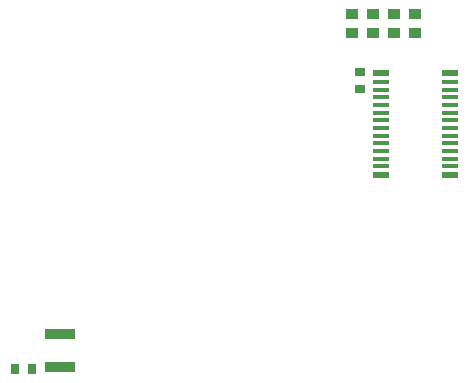
<source format=gbp>
G04 Layer_Color=128*
%FSLAX25Y25*%
%MOIN*%
G70*
G01*
G75*
%ADD12R,0.03543X0.02756*%
%ADD15R,0.10236X0.03740*%
%ADD18R,0.03937X0.03543*%
%ADD34R,0.02756X0.03543*%
%ADD35R,0.05315X0.01575*%
%ADD36R,0.05315X0.02362*%
D12*
X426000Y295756D02*
D03*
Y290244D02*
D03*
D15*
X326000Y208512D02*
D03*
Y197488D02*
D03*
D18*
X444500Y308850D02*
D03*
Y315150D02*
D03*
X437500Y308850D02*
D03*
Y315150D02*
D03*
X430500Y308850D02*
D03*
Y315150D02*
D03*
X423600Y308850D02*
D03*
Y315150D02*
D03*
D34*
X311244Y197000D02*
D03*
X316756D02*
D03*
D35*
X432984Y287457D02*
D03*
Y290016D02*
D03*
Y292575D02*
D03*
Y284898D02*
D03*
Y282339D02*
D03*
X456016D02*
D03*
Y284898D02*
D03*
Y292575D02*
D03*
Y290016D02*
D03*
Y287457D02*
D03*
Y279780D02*
D03*
Y277220D02*
D03*
Y274661D02*
D03*
Y272102D02*
D03*
Y264425D02*
D03*
Y266984D02*
D03*
Y269543D02*
D03*
X432984D02*
D03*
Y266984D02*
D03*
Y264425D02*
D03*
Y272102D02*
D03*
Y274661D02*
D03*
Y277220D02*
D03*
Y279780D02*
D03*
D36*
X456016Y295528D02*
D03*
Y261472D02*
D03*
X432984D02*
D03*
Y295528D02*
D03*
M02*

</source>
